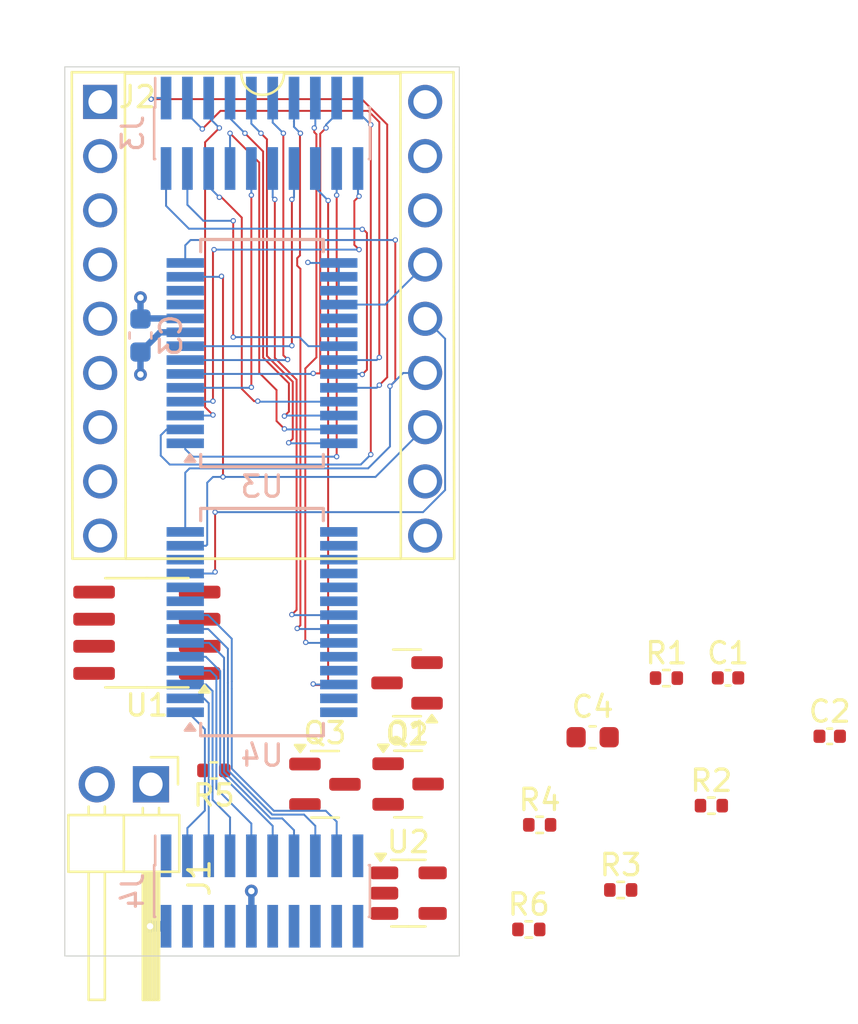
<source format=kicad_pcb>
(kicad_pcb (version 20240108) (generator "pcbnew") (generator_version "8.0")
  (layers (0 "F.Cu" signal) (1 "In1.Cu" signal) (2 "In2.Cu" signal) (31 "B.Cu" signal) (34 "B.Paste" user) (35 "F.Paste" user) (36 "B.SilkS" user "B.Silkscreen") (37 "F.SilkS" user "F.Silkscreen") (38 "B.Mask" user) (39 "F.Mask" user) (44 "Edge.Cuts" user))
  (net 0 "")
  (net 1 "/5v")
  (net 2 "/GND")
  (net 3 "/3v3")
  (net 4 "Net-(J1-Pin_1)")
  (net 5 "Net-(J1-Pin_2)")
  (net 7 "Net-(J2-Pin_15)")
  (net 8 "Net-(J2-Pin_14)")
  (net 11 "Net-(J2-Pin_12)")
  (net 12 "Net-(J2-Pin_8)")
  (net 14 "Net-(J2-Pin_10)")
  (net 15 "Net-(J2-Pin_9)")
  (net 16 "Net-(J2-Pin_3)")
  (net 17 "Net-(J2-Pin_7)")
  (net 18 "Net-(J2-Pin_13)")
  (net 20 "Net-(J2-Pin_6)")
  (net 21 "Net-(J2-Pin_11)")
  (net 22 "/3v3-D7")
  (net 23 "/~{3v3-OE}")
  (net 24 "/~{3v3-FL_WE}")
  (net 25 "/3v3-D3")
  (net 26 "/3v3-D0")
  (net 27 "/~{3v3-CE}")
  (net 28 "/3v3-D2")
  (net 29 "/3v3-D1")
  (net 30 "/3v3-D4")
  (net 31 "/~{3v3-BusConnect}")
  (net 32 "/3v3-D6")
  (net 33 "/3v3-D5")
  (net 34 "/3v3-A12")
  (net 35 "/3v3-A14")
  (net 36 "/3v3-A17")
  (net 37 "/3v3-A0")
  (net 38 "/3v3-A7")
  (net 39 "/3v3-A9")
  (net 40 "/3v3-A1")
  (net 41 "/3v3-A10")
  (net 42 "/3v3-A13")
  (net 43 "/3v3-A5")
  (net 44 "/3v3-A15")
  (net 45 "/3v3-A18")
  (net 46 "/3v3-A3")
  (net 47 "/3v3-A6")
  (net 48 "/3v3-A11")
  (net 49 "/3v3-A4")
  (net 50 "/3v3-A16")
  (net 51 "/3v3-A2")
  (net 52 "/3v3-A8")
  (net 53 "/Ext_Reset")
  (net 54 "Net-(Q1-C)")
  (net 55 "Net-(Q3-D)")
  (net 56 "Net-(U1-~{HOLD})")
  (net 57 "Net-(U1-~{W})")
  (net 69 "Net-(Q2-S)")
  (footprint "Resistor_SMD:R_0402_1005Metric" (layer "F.Cu") (at 173.32 116.4)
    (property "Reference" "R2" (at 0 -1.17 0) (layer "F.SilkS"))
    (property "Value" "0 ohm")
    (pad "1" smd roundrect (at -0.51 0) (size 0.54 0.64) (layers "F.Cu" "F.Paste" "F.Mask") (net 57 "Net-(U1-~{W})"))
    (pad "2" smd roundrect (at 0.51 0) (size 0.54 0.64) (layers "F.Cu" "F.Paste" "F.Mask") (net 3 "/3v3"))
  )
  (footprint "Package_TO_SOT_SMD:SOT-23" (layer "F.Cu") (at 159.1 115.3875)
    (property "Reference" "Q1" (at 0 -2.4 360) (layer "F.SilkS"))
    (property "Value" "BC846")
    (pad "1" smd roundrect (at -0.9375 -0.95) (size 1.475 0.6) (layers "F.Cu" "F.Paste" "F.Mask") (net 53 "/Ext_Reset"))
    (pad "2" smd roundrect (at -0.9375 0.95) (size 1.475 0.6) (layers "F.Cu" "F.Paste" "F.Mask") (net 2 "/GND"))
    (pad "3" smd roundrect (at 0.9375 0) (size 1.475 0.6) (layers "F.Cu" "F.Paste" "F.Mask") (net 54 "Net-(Q1-C)"))
  )
  (footprint "Package_TO_SOT_SMD:SOT-23" (layer "F.Cu") (at 155.2 115.4)
    (property "Reference" "Q3" (at 0 -2.4 360) (layer "F.SilkS"))
    (property "Value" "BSS138")
    (pad "1" smd roundrect (at -0.9375 -0.95) (size 1.475 0.6) (layers "F.Cu" "F.Paste" "F.Mask") (net 53 "/Ext_Reset"))
    (pad "2" smd roundrect (at -0.9375 0.95) (size 1.475 0.6) (layers "F.Cu" "F.Paste" "F.Mask") (net 2 "/GND"))
    (pad "3" smd roundrect (at 0.9375 0) (size 1.475 0.6) (layers "F.Cu" "F.Paste" "F.Mask") (net 55 "Net-(Q3-D)"))
  )
  (footprint "Resistor_SMD:R_0402_1005Metric" (layer "F.Cu") (at 171.2125 110.425)
    (property "Reference" "R1" (at 0 -1.17 0) (layer "F.SilkS"))
    (property "Value" "0 ohm")
    (pad "1" smd roundrect (at -0.51 0) (size 0.54 0.64) (layers "F.Cu" "F.Paste" "F.Mask") (net 56 "Net-(U1-~{HOLD})"))
    (pad "2" smd roundrect (at 0.51 0) (size 0.54 0.64) (layers "F.Cu" "F.Paste" "F.Mask") (net 3 "/3v3"))
  )
  (footprint "Resistor_SMD:R_0402_1005Metric" (layer "F.Cu") (at 149.99 114.75 180)
    (property "Reference" "R5" (at 0 -1.17 360) (layer "F.SilkS"))
    (property "Value" "0 ohm")
    (pad "1" smd roundrect (at -0.51 0 180) (size 0.54 0.64) (layers "F.Cu" "F.Paste" "F.Mask") (net 69 "Net-(Q2-S)"))
    (pad "2" smd roundrect (at 0.51 0 180) (size 0.54 0.64) (layers "F.Cu" "F.Paste" "F.Mask") (net 4 "Net-(J1-Pin_1)"))
  )
  (footprint "JJGTechnologies_Footprint_Library:PinHeader_1x02_P2.54mm_Horizontal" (layer "F.Cu") (at 147.04 115.4 -90)
    (property "Reference" "J1" (at 4.385 -2.27 90) (layer "F.SilkS"))
    (property "Value" "Conn_01x02_Pin")
    (pad "1" thru_hole rect (at 0 0 270) (size 1.7 1.7) (drill 1.1) (layers "*.Cu" "*.Mask") (net 4 "Net-(J1-Pin_1)"))
    (pad "2" thru_hole oval (at 0 2.54 270) (size 1.7 1.7) (drill 1.1) (layers "*.Cu" "*.Mask") (net 5 "Net-(J1-Pin_2)"))
  )
  (footprint "Resistor_SMD:R_0402_1005Metric" (layer "F.Cu") (at 165.27 117.3)
    (property "Reference" "R4" (at 0 -1.17 0) (layer "F.SilkS"))
    (property "Value" "DNP")
    (pad "1" smd roundrect (at -0.51 0) (size 0.54 0.64) (layers "F.Cu" "F.Paste" "F.Mask") (net 3 "/3v3"))
    (pad "2" smd roundrect (at 0.51 0) (size 0.54 0.64) (layers "F.Cu" "F.Paste" "F.Mask") (net 16 "Net-(J2-Pin_3)"))
  )
  (footprint "Package_SO:SOIC-8_3.9x4.9mm_P1.27mm" (layer "F.Cu") (at 146.85 108.3 180)
    (property "Reference" "U1" (at 0 -3.4 360) (layer "F.SilkS"))
    (property "Value" "M95P32-IXMNT/E")
    (pad "1" smd roundrect (at -2.475 -1.905 180) (size 1.95 0.6) (layers "F.Cu" "F.Paste" "F.Mask") (net 20 "Net-(J2-Pin_6)"))
    (pad "2" smd roundrect (at -2.475 -0.635 180) (size 1.95 0.6) (layers "F.Cu" "F.Paste" "F.Mask") (net 17 "Net-(J2-Pin_7)"))
    (pad "3" smd roundrect (at -2.475 0.635 180) (size 1.95 0.6) (layers "F.Cu" "F.Paste" "F.Mask") (net 57 "Net-(U1-~{W})"))
    (pad "4" smd roundrect (at -2.475 1.905 180) (size 1.95 0.6) (layers "F.Cu" "F.Paste" "F.Mask") (net 2 "/GND"))
    (pad "5" smd roundrect (at 2.475 1.905 180) (size 1.95 0.6) (layers "F.Cu" "F.Paste" "F.Mask") (net 12 "Net-(J2-Pin_8)"))
    (pad "6" smd roundrect (at 2.475 0.635 180) (size 1.95 0.6) (layers "F.Cu" "F.Paste" "F.Mask") (net 15 "Net-(J2-Pin_9)"))
    (pad "7" smd roundrect (at 2.475 -0.635 180) (size 1.95 0.6) (layers "F.Cu" "F.Paste" "F.Mask") (net 56 "Net-(U1-~{HOLD})"))
    (pad "8" smd roundrect (at 2.475 -1.905 180) (size 1.95 0.6) (layers "F.Cu" "F.Paste" "F.Mask") (net 3 "/3v3"))
  )
  (footprint "Package_TO_SOT_SMD:SOT-23" (layer "F.Cu") (at 159.05 110.65 180)
    (property "Reference" "Q2" (at 0 -2.4 360) (layer "F.SilkS"))
    (property "Value" "BSS84")
    (pad "1" smd roundrect (at -0.9375 -0.95 180) (size 1.475 0.6) (layers "F.Cu" "F.Paste" "F.Mask") (net 54 "Net-(Q1-C)"))
    (pad "2" smd roundrect (at -0.9375 0.95 180) (size 1.475 0.6) (layers "F.Cu" "F.Paste" "F.Mask") (net 69 "Net-(Q2-S)"))
    (pad "3" smd roundrect (at 0.9375 0 180) (size 1.475 0.6) (layers "F.Cu" "F.Paste" "F.Mask") (net 1 "/5v"))
  )
  (footprint "Capacitor_SMD:C_0402_1005Metric" (layer "F.Cu") (at 178.87 113.15)
    (property "Reference" "C2" (at 0 -1.16 0) (layer "F.SilkS"))
    (property "Value" "1uf")
    (pad "1" smd roundrect (at -0.48 0) (size 0.56 0.62) (layers "F.Cu" "F.Paste" "F.Mask") (net 3 "/3v3"))
    (pad "2" smd roundrect (at 0.48 0) (size 0.56 0.62) (layers "F.Cu" "F.Paste" "F.Mask") (net 2 "/GND"))
  )
  (footprint "Package_TO_SOT_SMD:SOT-23-5" (layer "F.Cu") (at 159.1125 120.5)
    (property "Reference" "U2" (at 0 -2.4 360) (layer "F.SilkS"))
    (property "Value" "AP2112K-3.3")
    (pad "1" smd roundrect (at -1.1375 -0.95) (size 1.325 0.6) (layers "F.Cu" "F.Paste" "F.Mask") (net 1 "/5v"))
    (pad "2" smd roundrect (at -1.1375 0) (size 1.325 0.6) (layers "F.Cu" "F.Paste" "F.Mask") (net 2 "/GND"))
    (pad "3" smd roundrect (at -1.1375 0.95) (size 1.325 0.6) (layers "F.Cu" "F.Paste" "F.Mask") (net 1 "/5v"))
    (pad "4" smd roundrect (at 1.1375 0.95) (size 1.325 0.6) (layers "F.Cu" "F.Paste" "F.Mask"))
    (pad "5" smd roundrect (at 1.1375 -0.95) (size 1.325 0.6) (layers "F.Cu" "F.Paste" "F.Mask") (net 3 "/3v3"))
  )
  (footprint "Resistor_SMD:R_0402_1005Metric" (layer "F.Cu") (at 164.76 122.2)
    (property "Reference" "R6" (at 0 -1.17 0) (layer "F.SilkS"))
    (property "Value" "0 ohm")
    (pad "1" smd roundrect (at -0.51 0) (size 0.54 0.64) (layers "F.Cu" "F.Paste" "F.Mask") (net 5 "Net-(J1-Pin_2)"))
    (pad "2" smd roundrect (at 0.51 0) (size 0.54 0.64) (layers "F.Cu" "F.Paste" "F.Mask") (net 55 "Net-(Q3-D)"))
  )
  (footprint "Capacitor_SMD:C_0603_1608Metric" (layer "F.Cu") (at 167.7525 113.195)
    (property "Reference" "C4" (at 0 -1.43 0) (layer "F.SilkS"))
    (property "Value" "100n")
    (pad "1" smd roundrect (at -0.775 0) (size 0.9 0.95) (layers "F.Cu" "F.Paste" "F.Mask") (net 3 "/3v3"))
    (pad "2" smd roundrect (at 0.775 0) (size 0.9 0.95) (layers "F.Cu" "F.Paste" "F.Mask") (net 2 "/GND"))
  )
  (footprint "ESP32:ESP32" (layer "F.Cu") (at 144.66 83.43)
    (property "Reference" "J2" (at 1.74 -0.23 0) (layer "F.SilkS"))
    (property "Value" "Conn_02x09_Counter_Clockwise")
    (pad "1" thru_hole rect (at 0 0) (size 1.6 1.6) (drill 1.1) (layers "*.Cu" "*.Mask") (net 1 "/5v"))
    (pad "2" thru_hole oval (at 0 2.54) (size 1.6 1.6) (drill 1.1) (layers "*.Cu" "*.Mask") (net 2 "/GND"))
    (pad "3" thru_hole oval (at 0 5.08) (size 1.6 1.6) (drill 1.1) (layers "*.Cu" "*.Mask") (net 16 "Net-(J2-Pin_3)"))
    (pad "4" thru_hole oval (at 0 7.62) (size 1.6 1.6) (drill 1.1) (layers "*.Cu" "*.Mask"))
    (pad "5" thru_hole oval (at 0 10.16) (size 1.6 1.6) (drill 1.1) (layers "*.Cu" "*.Mask"))
    (pad "6" thru_hole oval (at 0 12.7) (size 1.6 1.6) (drill 1.1) (layers "*.Cu" "*.Mask") (net 20 "Net-(J2-Pin_6)"))
    (pad "7" thru_hole oval (at 0 15.24) (size 1.6 1.6) (drill 1.1) (layers "*.Cu" "*.Mask") (net 17 "Net-(J2-Pin_7)"))
    (pad "8" thru_hole oval (at 0 17.78) (size 1.6 1.6) (drill 1.1) (layers "*.Cu" "*.Mask") (net 12 "Net-(J2-Pin_8)"))
    (pad "9" thru_hole oval (at 0 20.32) (size 1.6 1.6) (drill 1.1) (layers "*.Cu" "*.Mask") (net 15 "Net-(J2-Pin_9)"))
    (pad "10" thru_hole oval (at 15.24 20.32) (size 1.6 1.6) (drill 1.1) (layers "*.Cu" "*.Mask") (net 14 "Net-(J2-Pin_10)"))
    (pad "11" thru_hole oval (at 15.24 17.78) (size 1.6 1.6) (drill 1.1) (layers "*.Cu" "*.Mask") (net 21 "Net-(J2-Pin_11)"))
    (pad "12" thru_hole oval (at 15.24 15.24) (size 1.6 1.6) (drill 1.1) (layers "*.Cu" "*.Mask") (net 11 "Net-(J2-Pin_12)"))
    (pad "13" thru_hole oval (at 15.24 12.7) (size 1.6 1.6) (drill 1.1) (layers "*.Cu" "*.Mask") (net 18 "Net-(J2-Pin_13)"))
    (pad "14" thru_hole oval (at 15.24 10.16) (size 1.6 1.6) (drill 1.1) (layers "*.Cu" "*.Mask") (net 8 "Net-(J2-Pin_14)"))
    (pad "15" thru_hole oval (at 15.24 7.62) (size 1.6 1.6) (drill 1.1) (layers "*.Cu" "*.Mask") (net 7 "Net-(J2-Pin_15)"))
    (pad "16" thru_hole oval (at 15.24 5.08) (size 1.6 1.6) (drill 1.1) (layers "*.Cu" "*.Mask"))
    (pad "17" thru_hole oval (at 15.24 2.54) (size 1.6 1.6) (drill 1.1) (layers "*.Cu" "*.Mask"))
    (pad "18" thru_hole oval (at 15.24 0) (size 1.6 1.6) (drill 1.1) (layers "*.Cu" "*.Mask"))
  )
  (footprint "Capacitor_SMD:C_0402_1005Metric" (layer "F.Cu") (at 174.1025 110.415)
    (property "Reference" "C1" (at 0 -1.16 0) (layer "F.SilkS"))
    (property "Value" "1uf")
    (pad "1" smd roundrect (at -0.48 0) (size 0.56 0.62) (layers "F.Cu" "F.Paste" "F.Mask") (net 1 "/5v"))
    (pad "2" smd roundrect (at 0.48 0) (size 0.56 0.62) (layers "F.Cu" "F.Paste" "F.Mask") (net 2 "/GND"))
  )
  (footprint "Resistor_SMD:R_0402_1005Metric" (layer "F.Cu") (at 169.07 120.35)
    (property "Reference" "R3" (at 0 -1.17 0) (layer "F.SilkS"))
    (property "Value" "2.5k ohm")
    (pad "1" smd roundrect (at -0.51 0) (size 0.54 0.64) (layers "F.Cu" "F.Paste" "F.Mask") (net 54 "Net-(Q1-C)"))
    (pad "2" smd roundrect (at 0.51 0) (size 0.54 0.64) (layers "F.Cu" "F.Paste" "F.Mask") (net 1 "/5v"))
  )
  (footprint "Package_SO:SSOP-28_5.3x10.2mm_P0.65mm" (layer "B.Cu") (at 152.25 107.8)
    (property "Reference" "U4" (at 0 6.25 0) (layer "B.SilkS") (effects (justify mirror)))
    (property "Value" "MCP23S17_SS")
    (pad "1" smd rect (at -3.6 4.225) (size 1.75 0.45) (layers "B.Cu" "B.Paste" "B.Mask") (net 26 "/3v3-D0"))
    (pad "2" smd rect (at -3.6 3.575) (size 1.75 0.45) (layers "B.Cu" "B.Paste" "B.Mask") (net 29 "/3v3-D1"))
    (pad "3" smd rect (at -3.6 2.925) (size 1.75 0.45) (layers "B.Cu" "B.Paste" "B.Mask") (net 28 "/3v3-D2"))
    (pad "4" smd rect (at -3.6 2.275) (size 1.75 0.45) (layers "B.Cu" "B.Paste" "B.Mask") (net 25 "/3v3-D3"))
    (pad "5" smd rect (at -3.6 1.625) (size 1.75 0.45) (layers "B.Cu" "B.Paste" "B.Mask") (net 30 "/3v3-D4"))
    (pad "6" smd rect (at -3.6 0.975) (size 1.75 0.45) (layers "B.Cu" "B.Paste" "B.Mask") (net 33 "/3v3-D5"))
    (pad "7" smd rect (at -3.6 0.325) (size 1.75 0.45) (layers "B.Cu" "B.Paste" "B.Mask") (net 32 "/3v3-D6"))
    (pad "8" smd rect (at -3.6 -0.325) (size 1.75 0.45) (layers "B.Cu" "B.Paste" "B.Mask") (net 22 "/3v3-D7"))
    (pad "9" smd rect (at -3.6 -0.975) (size 1.75 0.45) (layers "B.Cu" "B.Paste" "B.Mask") (net 3 "/3v3"))
    (pad "10" smd rect (at -3.6 -1.625) (size 1.75 0.45) (layers "B.Cu" "B.Paste" "B.Mask") (net 2 "/GND"))
    (pad "11" smd rect (at -3.6 -2.275) (size 1.75 0.45) (layers "B.Cu" "B.Paste" "B.Mask") (net 8 "Net-(J2-Pin_14)"))
    (pad "12" smd rect (at -3.6 -2.925) (size 1.75 0.45) (layers "B.Cu" "B.Paste" "B.Mask") (net 21 "Net-(J2-Pin_11)"))
    (pad "13" smd rect (at -3.6 -3.575) (size 1.75 0.45) (layers "B.Cu" "B.Paste" "B.Mask") (net 11 "Net-(J2-Pin_12)"))
    (pad "14" smd rect (at -3.6 -4.225) (size 1.75 0.45) (layers "B.Cu" "B.Paste" "B.Mask") (net 18 "Net-(J2-Pin_13)"))
    (pad "15" smd rect (at 3.6 -4.225) (size 1.75 0.45) (layers "B.Cu" "B.Paste" "B.Mask") (net 3 "/3v3"))
    (pad "16" smd rect (at 3.6 -3.575) (size 1.75 0.45) (layers "B.Cu" "B.Paste" "B.Mask") (net 2 "/GND"))
    (pad "17" smd rect (at 3.6 -2.925) (size 1.75 0.45) (layers "B.Cu" "B.Paste" "B.Mask") (net 2 "/GND"))
    (pad "18" smd rect (at 3.6 -2.275) (size 1.75 0.45) (layers "B.Cu" "B.Paste" "B.Mask") (net 7 "Net-(J2-Pin_15)"))
    (pad "19" smd rect (at 3.6 -1.625) (size 1.75 0.45) (layers "B.Cu" "B.Paste" "B.Mask"))
    (pad "20" smd rect (at 3.6 -0.975) (size 1.75 0.45) (layers "B.Cu" "B.Paste" "B.Mask"))
    (pad "21" smd rect (at 3.6 -0.325) (size 1.75 0.45) (layers "B.Cu" "B.Paste" "B.Mask") (net 50 "/3v3-A16"))
    (pad "22" smd rect (at 3.6 0.325) (size 1.75 0.45) (layers "B.Cu" "B.Paste" "B.Mask") (net 36 "/3v3-A17"))
    (pad "23" smd rect (at 3.6 0.975) (size 1.75 0.45) (layers "B.Cu" "B.Paste" "B.Mask") (net 45 "/3v3-A18"))
    (pad "24" smd rect (at 3.6 1.625) (size 1.75 0.45) (layers "B.Cu" "B.Paste" "B.Mask") (net 27 "/~{3v3-CE}"))
    (pad "25" smd rect (at 3.6 2.275) (size 1.75 0.45) (layers "B.Cu" "B.Paste" "B.Mask") (net 23 "/~{3v3-OE}"))
    (pad "26" smd rect (at 3.6 2.925) (size 1.75 0.45) (layers "B.Cu" "B.Paste" "B.Mask") (net 24 "/~{3v3-FL_WE}"))
    (pad "27" smd rect (at 3.6 3.575) (size 1.75 0.45) (layers "B.Cu" "B.Paste" "B.Mask") (net 31 "/~{3v3-BusConnect}"))
    (pad "28" smd rect (at 3.6 4.225) (size 1.75 0.45) (layers "B.Cu" "B.Paste" "B.Mask") (net 53 "/Ext_Reset"))
  )
  (footprint "Package_SO:SSOP-28_5.3x10.2mm_P0.65mm" (layer "B.Cu") (at 152.25 95.2)
    (property "Reference" "U3" (at 0 6.25 0) (layer "B.SilkS") (effects (justify mirror)))
    (property "Value" "MCP23S17_SS")
    (pad "1" smd rect (at -3.6 4.225) (size 1.75 0.45) (layers "B.Cu" "B.Paste" "B.Mask") (net 52 "/3v3-A8"))
    (pad "2" smd rect (at -3.6 3.575) (size 1.75 0.45) (layers "B.Cu" "B.Paste" "B.Mask") (net 39 "/3v3-A9"))
    (pad "3" smd rect (at -3.6 2.925) (size 1.75 0.45) (layers "B.Cu" "B.Paste" "B.Mask") (net 41 "/3v3-A10"))
    (pad "4" smd rect (at -3.6 2.275) (size 1.75 0.45) (layers "B.Cu" "B.Paste" "B.Mask") (net 48 "/3v3-A11"))
    (pad "5" smd rect (at -3.6 1.625) (size 1.75 0.45) (layers "B.Cu" "B.Paste" "B.Mask") (net 34 "/3v3-A12"))
    (pad "6" smd rect (at -3.6 0.975) (size 1.75 0.45) (layers "B.Cu" "B.Paste" "B.Mask") (net 42 "/3v3-A13"))
    (pad "7" smd rect (at -3.6 0.325) (size 1.75 0.45) (layers "B.Cu" "B.Paste" "B.Mask") (net 35 "/3v3-A14"))
    (pad "8" smd rect (at -3.6 -0.325) (size 1.75 0.45) (layers "B.Cu" "B.Paste" "B.Mask") (net 44 "/3v3-A15"))
    (pad "9" smd rect (at -3.6 -0.975) (size 1.75 0.45) (layers "B.Cu" "B.Paste" "B.Mask") (net 3 "/3v3"))
    (pad "10" smd rect (at -3.6 -1.625) (size 1.75 0.45) (layers "B.Cu" "B.Paste" "B.Mask") (net 2 "/GND"))
    (pad "11" smd rect (at -3.6 -2.275) (size 1.75 0.45) (layers "B.Cu" "B.Paste" "B.Mask") (net 14 "Net-(J2-Pin_10)"))
    (pad "12" smd rect (at -3.6 -2.925) (size 1.75 0.45) (layers "B.Cu" "B.Paste" "B.Mask") (net 21 "Net-(J2-Pin_11)"))
    (pad "13" smd rect (at -3.6 -3.575) (size 1.75 0.45) (layers "B.Cu" "B.Paste" "B.Mask") (net 11 "Net-(J2-Pin_12)"))
    (pad "14" smd rect (at -3.6 -4.225) (size 1.75 0.45) (layers "B.Cu" "B.Paste" "B.Mask") (net 18 "Net-(J2-Pin_13)"))
    (pad "15" smd rect (at 3.6 -4.225) (size 1.75 0.45) (layers "B.Cu" "B.Paste" "B.Mask") (net 2 "/GND"))
    (pad "16" smd rect (at 3.6 -3.575) (size 1.75 0.45) (layers "B.Cu" "B.Paste" "B.Mask") (net 2 "/GND"))
    (pad "17" smd rect (at 3.6 -2.925) (size 1.75 0.45) (layers "B.Cu" "B.Paste" "B.Mask") (net 2 "/GND"))
    (pad "18" smd rect (at 3.6 -2.275) (size 1.75 0.45) (layers "B.Cu" "B.Paste" "B.Mask") (net 7 "Net-(J2-Pin_15)"))
    (pad "19" smd rect (at 3.6 -1.625) (size 1.75 0.45) (layers "B.Cu" "B.Paste" "B.Mask"))
    (pad "20" smd rect (at 3.6 -0.975) (size 1.75 0.45) (layers "B.Cu" "B.Paste" "B.Mask"))
    (pad "21" smd rect (at 3.6 -0.325) (size 1.75 0.45) (layers "B.Cu" "B.Paste" "B.Mask") (net 37 "/3v3-A0"))
    (pad "22" smd rect (at 3.6 0.325) (size 1.75 0.45) (layers "B.Cu" "B.Paste" "B.Mask") (net 40 "/3v3-A1"))
    (pad "23" smd rect (at 3.6 0.975) (size 1.75 0.45) (layers "B.Cu" "B.Paste" "B.Mask") (net 51 "/3v3-A2"))
    (pad "24" smd rect (at 3.6 1.625) (size 1.75 0.45) (layers "B.Cu" "B.Paste" "B.Mask") (net 46 "/3v3-A3"))
    (pad "25" smd rect (at 3.6 2.275) (size 1.75 0.45) (layers "B.Cu" "B.Paste" "B.Mask") (net 49 "/3v3-A4"))
    (pad "26" smd rect (at 3.6 2.925) (size 1.75 0.45) (layers "B.Cu" "B.Paste" "B.Mask") (net 43 "/3v3-A5"))
    (pad "27" smd rect (at 3.6 3.575) (size 1.75 0.45) (layers "B.Cu" "B.Paste" "B.Mask") (net 47 "/3v3-A6"))
    (pad "28" smd rect (at 3.6 4.225) (size 1.75 0.45) (layers "B.Cu" "B.Paste" "B.Mask") (net 38 "/3v3-A7"))
  )
  (footprint "JJGTechnologies_Footprint_Library:PinHeader_2x10_P1.00mm_Vertical_SMD" (layer "B.Cu") (at 152.25 120.4 -90)
    (property "Reference" "J4" (at 0 6.06 90) (layer "B.SilkS") (effects (justify mirror)))
    (property "Value" "Conn_01x20_Pin")
    (pad "" np_thru_hole circle (at 0 -4 270) (size 0.85 0.85) (drill 0.85) (layers "B.Cu" "B.Paste" "B.Mask"))
    (pad "" np_thru_hole circle (at 0 4 270) (size 0.85 0.85) (drill 0.85) (layers "B.Cu" "B.Paste" "B.Mask"))
    (pad "1" smd rect (at -1.65 4.5 270) (size 2 0.5) (layers "B.Cu" "B.Paste" "B.Mask") (net 31 "/~{3v3-BusConnect}"))
    (pad "2" smd rect (at 1.65 4.5 270) (size 2 0.5) (layers "B.Cu" "B.Paste" "B.Mask") (net 2 "/GND"))
    (pad "3" smd rect (at -1.65 3.5 270) (size 2 0.5) (layers "B.Cu" "B.Paste" "B.Mask") (net 26 "/3v3-D0"))
    (pad "4" smd rect (at 1.65 3.5 270) (size 2 0.5) (layers "B.Cu" "B.Paste" "B.Mask"))
    (pad "5" smd rect (at -1.65 2.5 270) (size 2 0.5) (layers "B.Cu" "B.Paste" "B.Mask") (net 29 "/3v3-D1"))
    (pad "6" smd rect (at 1.65 2.5 270) (size 2 0.5) (layers "B.Cu" "B.Paste" "B.Mask") (net 1 "/5v"))
    (pad "7" smd rect (at -1.65 1.5 270) (size 2 0.5) (layers "B.Cu" "B.Paste" "B.Mask") (net 28 "/3v3-D2"))
    (pad "8" smd rect (at 1.65 1.5 270) (size 2 0.5) (layers "B.Cu" "B.Paste" "B.Mask"))
    (pad "9" smd rect (at -1.65 0.5 270) (size 2 0.5) (layers "B.Cu" "B.Paste" "B.Mask") (net 25 "/3v3-D3"))
    (pad "10" smd rect (at 1.65 0.5 270) (size 2 0.5) (layers "B.Cu" "B.Paste" "B.Mask") (net 3 "/3v3"))
    (pad "11" smd rect (at -1.65 -0.5 270) (size 2 0.5) (layers "B.Cu" "B.Paste" "B.Mask") (net 30 "/3v3-D4"))
    (pad "12" smd rect (at 1.65 -0.5 270) (size 2 0.5) (layers "B.Cu" "B.Paste" "B.Mask"))
    (pad "13" smd rect (at -1.65 -1.5 270) (size 2 0.5) (layers "B.Cu" "B.Paste" "B.Mask") (net 33 "/3v3-D5"))
    (pad "14" smd rect (at 1.65 -1.5 270) (size 2 0.5) (layers "B.Cu" "B.Paste" "B.Mask"))
    (pad "15" smd rect (at -1.65 -2.5 270) (size 2 0.5) (layers "B.Cu" "B.Paste" "B.Mask") (net 32 "/3v3-D6"))
    (pad "16" smd rect (at 1.65 -2.5 270) (size 2 0.5) (layers "B.Cu" "B.Paste" "B.Mask"))
    (pad "17" smd rect (at -1.65 -3.5 270) (size 2 0.5) (layers "B.Cu" "B.Paste" "B.Mask") (net 22 "/3v3-D7"))
    (pad "18" smd rect (at 1.65 -3.5 270) (size 2 0.5) (layers "B.Cu" "B.Paste" "B.Mask"))
    (pad "19" smd rect (at -1.65 -4.5 270) (size 2 0.5) (layers "B.Cu" "B.Paste" "B.Mask") (net 23 "/~{3v3-OE}"))
    (pad "20" smd rect (at 1.65 -4.5 270) (size 2 0.5) (layers "B.Cu" "B.Paste" "B.Mask") (net 27 "/~{3v3-CE}"))
  )
  (footprint "Capacitor_SMD:C_0603_1608Metric" (layer "B.Cu") (at 146.55 94.375 90)
    (property "Reference" "C3" (at 0 1.43 90) (layer "B.SilkS") (effects (justify mirror)))
    (property "Value" "100n")
    (pad "1" smd roundrect (at -0.775 0 90) (size 0.9 0.95) (layers "B.Cu" "B.Paste" "B.Mask") (net 3 "/3v3"))
    (pad "2" smd roundrect (at 0.775 0 90) (size 0.9 0.95) (layers "B.Cu" "B.Paste" "B.Mask") (net 2 "/GND"))
  )
  (footprint "JJGTechnologies_Footprint_Library:PinHeader_2x10_P1.00mm_Vertical_SMD" (layer "B.Cu") (at 152.25 84.9 -90)
    (property "Reference" "J3" (at 0 6.06 90) (layer "B.SilkS") (effects (justify mirror)))
    (property "Value" "Conn_01x20_Pin")
    (pad "" np_thru_hole circle (at 0 -4 270) (size 0.85 0.85) (drill 0.85) (layers "B.Cu" "B.Paste" "B.Mask"))
    (pad "" np_thru_hole circle (at 0 4 270) (size 0.85 0.85) (drill 0.85) (layers "B.Cu" "B.Paste" "B.Mask"))
    (pad "1" smd rect (at -1.65 4.5 270) (size 2 0.5) (layers "B.Cu" "B.Paste" "B.Mask") (net 46 "/3v3-A3"))
    (pad "2" smd rect (at 1.65 4.5 270) (size 2 0.5) (layers "B.Cu" "B.Paste" "B.Mask") (net 51 "/3v3-A2"))
    (pad "3" smd rect (at -1.65 3.5 270) (size 2 0.5) (layers "B.Cu" "B.Paste" "B.Mask") (net 40 "/3v3-A1"))
    (pad "4" smd rect (at 1.65 3.5 270) (size 2 0.5) (layers "B.Cu" "B.Paste" "B.Mask") (net 37 "/3v3-A0"))
    (pad "5" smd rect (at -1.65 2.5 270) (size 2 0.5) (layers "B.Cu" "B.Paste" "B.Mask") (net 41 "/3v3-A10"))
    (pad "6" smd rect (at 1.65 2.5 270) (size 2 0.5) (layers "B.Cu" "B.Paste" "B.Mask") (net 49 "/3v3-A4"))
    (pad "7" smd rect (at -1.65 1.5 270) (size 2 0.5) (layers "B.Cu" "B.Paste" "B.Mask") (net 43 "/3v3-A5"))
    (pad "8" smd rect (at 1.65 1.5 270) (size 2 0.5) (layers "B.Cu" "B.Paste" "B.Mask") (net 47 "/3v3-A6"))
    (pad "9" smd rect (at -1.65 0.5 270) (size 2 0.5) (layers "B.Cu" "B.Paste" "B.Mask") (net 38 "/3v3-A7"))
    (pad "10" smd rect (at 1.65 0.5 270) (size 2 0.5) (layers "B.Cu" "B.Paste" "B.Mask") (net 34 "/3v3-A12"))
    (pad "11" smd rect (at -1.65 -0.5 270) (size 2 0.5) (layers "B.Cu" "B.Paste" "B.Mask") (net 35 "/3v3-A14"))
    (pad "12" smd rect (at 1.65 -0.5 270) (size 2 0.5) (layers "B.Cu" "B.Paste" "B.Mask") (net 50 "/3v3-A16"))
    (pad "13" smd rect (at -1.65 -1.5 270) (size 2 0.5) (layers "B.Cu" "B.Paste" "B.Mask") (net 36 "/3v3-A17"))
    (pad "14" smd rect (at 1.65 -1.5 270) (size 2 0.5) (layers "B.Cu" "B.Paste" "B.Mask") (net 44 "/3v3-A15"))
    (pad "15" smd rect (at -1.65 -2.5 270) (size 2 0.5) (layers "B.Cu" "B.Paste" "B.Mask") (net 45 "/3v3-A18"))
    (pad "16" smd rect (at 1.65 -2.5 270) (size 2 0.5) (layers "B.Cu" "B.Paste" "B.Mask") (net 24 "/~{3v3-FL_WE}"))
    (pad "17" smd rect (at -1.65 -3.5 270) (size 2 0.5) (layers "B.Cu" "B.Paste" "B.Mask") (net 42 "/3v3-A13"))
    (pad "18" smd rect (at 1.65 -3.5 270) (size 2 0.5) (layers "B.Cu" "B.Paste" "B.Mask") (net 52 "/3v3-A8"))
    (pad "19" smd rect (at -1.65 -4.5 270) (size 2 0.5) (layers "B.Cu" "B.Paste" "B.Mask") (net 39 "/3v3-A9"))
    (pad "20" smd rect (at 1.65 -4.5 270) (size 2 0.5) (layers "B.Cu" "B.Paste" "B.Mask") (net 48 "/3v3-A11"))
  )
  (gr_line (start 143.002 81.788) (end 143.002 123.444) (stroke (width 0.05)) (layer "Edge.Cuts"))
  (gr_line (start 161.5 123.444) (end 143.002 123.444) (stroke (width 0.05)) (layer "Edge.Cuts"))
  (gr_line (start 161.5 81.788) (end 161.5 123.444) (stroke (width 0.05)) (layer "Edge.Cuts"))
  (gr_line (start 143.002 81.788) (end 161.5 81.788) (stroke (width 0.05)) (layer "Edge.Cuts"))
  (via (at 154.4 90.95) (size 0.25) (drill 0.15) (layers "F.Cu" "B.Cu") (net 2))
  (via (at 146.55 92.6) (size 0.6) (drill 0.3) (layers "F.Cu" "B.Cu") (net 2))
  (via (at 147 122.05) (size 0.6) (drill 0.3) (layers "F.Cu" "B.Cu") (net 2))
  (segment (start 147.75 122.05) (end 147 122.05) (width 0.5) (layer "B.Cu") (net 2))
  (segment (start 148.65 93.575) (end 146.575 93.575) (width 0.3) (layer "B.Cu") (net 2))
  (segment (start 154.425 90.975) (end 154.4 90.95) (width 0.09) (layer "B.Cu") (net 2))
  (segment (start 155.85 92.275) (end 155.85 91.625) (width 0.09) (layer "B.Cu") (net 2))
  (segment (start 155.85 91.625) (end 155.85 90.975) (width 0.09) (layer "B.Cu") (net 2))
  (segment (start 146.575 93.575) (end 146.55 93.6) (width 0.3) (layer "B.Cu") (net 2))
  (segment (start 155.85 90.975) (end 154.425 90.975) (width 0.09) (layer "B.Cu") (net 2))
  (segment (start 146.55 93.6) (end 146.55 92.6) (width 0.3) (layer "B.Cu") (net 2))
  (via (at 146.55 96.2) (size 0.6) (drill 0.3) (layers "F.Cu" "B.Cu") (net 3))
  (via (at 151.75 120.4) (size 0.6) (drill 0.3) (layers "F.Cu" "B.Cu") (net 3))
  (segment (start 148.65 94.225) (end 147.475 94.225) (width 0.3) (layer "B.Cu") (net 3))
  (segment (start 151.75 122.05) (end 151.75 120.4) (width 0.3) (layer "B.Cu") (net 3))
  (segment (start 147.475 94.225) (end 146.55 95.15) (width 0.3) (layer "B.Cu") (net 3))
  (segment (start 146.55 95.15) (end 146.55 96.2) (width 0.3) (layer "B.Cu") (net 3))
  (segment (start 159.9 91.05) (end 158.025 92.925) (width 0.09) (layer "B.Cu") (net 7))
  (segment (start 158.025 92.925) (end 155.85 92.925) (width 0.09) (layer "B.Cu") (net 7))
  (segment (start 150.05 102.65) (end 150.05 105.45) (width 0.09) (layer "F.Cu") (net 8))
  (via (at 150.05 102.65) (size 0.25) (drill 0.15) (layers "F.Cu" "B.Cu") (net 8))
  (via (at 150.05 105.45) (size 0.25) (drill 0.15) (layers "F.Cu" "B.Cu") (net 8))
  (segment (start 159.9 93.59) (end 160.835 94.525) (width 0.09) (layer "B.Cu") (net 8))
  (segment (start 150.05 105.45) (end 149.975 105.525) (width 0.09) (layer "B.Cu") (net 8))
  (segment (start 160.835 101.615) (end 159.8 102.65) (width 0.09) (layer "B.Cu") (net 8))
  (segment (start 159.8 102.65) (end 150.05 102.65) (width 0.09) (layer "B.Cu") (net 8))
  (segment (start 149.975 105.525) (end 148.65 105.525) (width 0.09) (layer "B.Cu") (net 8))
  (segment (start 160.835 94.525) (end 160.835 101.615) (width 0.09) (layer "B.Cu") (net 8))
  (segment (start 150.42 91.67) (end 150.42 101) (width 0.09) (layer "F.Cu") (net 11))
  (segment (start 150.35 91.6) (end 150.42 91.67) (width 0.09) (layer "F.Cu") (net 11))
  (via (at 150.35 91.6) (size 0.25) (drill 0.15) (layers "F.Cu" "B.Cu") (net 11))
  (via (at 150.42 101) (size 0.25) (drill 0.15) (layers "F.Cu" "B.Cu") (net 11))
  (segment (start 159.9 98.67) (end 157.57 101) (width 0.09) (layer "B.Cu") (net 11))
  (segment (start 150.325 91.625) (end 150.35 91.6) (width 0.09) (layer "B.Cu") (net 11))
  (segment (start 149.625 104.225) (end 149.68 104.17) (width 0.09) (layer "B.Cu") (net 11))
  (segment (start 149.68 104.17) (end 149.68 101.27) (width 0.09) (layer "B.Cu") (net 11))
  (segment (start 148.65 104.225) (end 149.625 104.225) (width 0.09) (layer "B.Cu") (net 11))
  (segment (start 149.68 101.27) (end 149.95 101) (width 0.09) (layer "B.Cu") (net 11))
  (segment (start 149.95 101) (end 150.42 101) (width 0.09) (layer "B.Cu") (net 11))
  (segment (start 148.65 91.625) (end 150.325 91.625) (width 0.09) (layer "B.Cu") (net 11))
  (segment (start 157.57 101) (end 150.42 101) (width 0.09) (layer "B.Cu") (net 11))
  (segment (start 158.5 96.5) (end 158.25 96.75) (width 0.09) (layer "F.Cu") (net 18))
  (segment (start 158.5 89.9) (end 158.5 96.5) (width 0.09) (layer "F.Cu") (net 18))
  (via (at 158.25 96.75) (size 0.25) (drill 0.15) (layers "F.Cu" "B.Cu") (net 18))
  (via (at 158.5 89.9) (size 0.25) (drill 0.15) (layers "F.Cu" "B.Cu") (net 18))
  (segment (start 158.25 99.57326) (end 158.25 96.75) (width 0.09) (layer "B.Cu") (net 18))
  (segment (start 158.87 96.13) (end 159.9 96.13) (width 0.09) (layer "B.Cu") (net 18))
  (segment (start 148.65 103.575) (end 148.65 100.8) (width 0.09) (layer "B.Cu") (net 18))
  (segment (start 148.65 90.15) (end 148.9 89.9) (width 0.09) (layer "B.Cu") (net 18))
  (segment (start 148.9 89.9) (end 158.5 89.9) (width 0.09) (layer "B.Cu") (net 18))
  (segment (start 158.25 96.75) (end 158.87 96.13) (width 0.09) (layer "B.Cu") (net 18))
  (segment (start 148.65 100.8) (end 148.85 100.6) (width 0.09) (layer "B.Cu") (net 18))
  (segment (start 148.65 90.975) (end 148.65 90.15) (width 0.09) (layer "B.Cu") (net 18))
  (segment (start 148.85 100.6) (end 157.22326 100.6) (width 0.09) (layer "B.Cu") (net 18))
  (segment (start 157.22326 100.6) (end 158.25 99.57326) (width 0.09) (layer "B.Cu") (net 18))
  (segment (start 155.24 116.64) (end 155.75 117.15) (width 0.09) (layer "B.Cu") (net 22))
  (segment (start 150.829999 114.666325) (end 152.803674 116.64) (width 0.09) (layer "B.Cu") (net 22))
  (segment (start 150.829999 110.575442) (end 150.83 110.575443) (width 0.09) (layer "B.Cu") (net 22))
  (segment (start 155.75 117.15) (end 155.75 118.75) (width 0.09) (layer "B.Cu") (net 22))
  (segment (start 152.803674 116.64) (end 155.24 116.64) (width 0.09) (layer "B.Cu") (net 22))
  (segment (start 148.65 107.475) (end 149.725 107.475) (width 0.09) (layer "B.Cu") (net 22))
  (segment (start 149.725 107.475) (end 150.829999 108.579999) (width 0.09) (layer "B.Cu") (net 22))
  (segment (start 150.829999 108.579999) (end 150.829999 110.575442) (width 0.09) (layer "B.Cu") (net 22))
  (segment (start 150.829999 110.920001) (end 150.829999 114.666325) (width 0.09) (layer "B.Cu") (net 22))
  (segment (start 150.83 110.575443) (end 150.829999 110.920001) (width 0.09) (layer "B.Cu") (net 22))
  (segment (start 154.7 110.75) (end 154.65 110.7) (width 0.09) (layer "F.Cu") (net 24))
  (segment (start 155.35 88.05) (end 155.35 110.75) (width 0.09) (layer "F.Cu") (net 24))
  (segment (start 155.35 110.75) (end 154.7 110.75) (width 0.09) (layer "F.Cu") (net 24))
  (via (at 154.65 110.7) (size 0.25) (drill 0.15) (layers "F.Cu" "B.Cu") (net 24))
  (via (at 155.35 88.05) (size 0.25) (drill 0.15) (layers "F.Cu" "B.Cu") (net 24))
  (segment (start 154.75 86.55) (end 154.75 87.45) (width 0.09) (layer "B.Cu") (net 24))
  (segment (start 154.75 87.45) (end 155.35 88.05) (width 0.09) (layer "B.Cu") (net 24))
  (segment (start 154.65 110.7) (end 154.675 110.725) (width 0.09) (layer "B.Cu") (net 24))
  (segment (start 154.675 110.725) (end 155.85 110.725) (width 0.09) (layer "B.Cu") (net 24))
  (segment (start 151.75 117.24) (end 151.75 118.75) (width 0.09) (layer "B.Cu") (net 25))
  (segment (start 150.11 110.36) (end 150.11 115.6) (width 0.09) (layer "B.Cu") (net 25))
  (segment (start 149.825 110.075) (end 150.11 110.36) (width 0.09) (layer "B.Cu") (net 25))
  (segment (start 150.11 115.6) (end 151.75 117.24) (width 0.09) (layer "B.Cu") (net 25))
  (segment (start 148.65 110.075) (end 149.825 110.075) (width 0.09) (layer "B.Cu") (net 25))
  (segment (start 149.57 116.63) (end 149.57 112.82) (width 0.09) (layer "B.Cu") (net 26))
  (segment (start 148.75 118.75) (end 148.75 117.45) (width 0.09) (layer "B.Cu") (net 26))
  (segment (start 148.775 112.025) (end 148.65 112.025) (width 0.09) (layer "B.Cu") (net 26))
  (segment (start 149.57 112.82) (end 148.775 112.025) (width 0.09) (layer "B.Cu") (net 26))
  (segment (start 148.75 117.45) (end 149.57 116.63) (width 0.09) (layer "B.Cu") (net 26))
  (segment (start 148.75 112.125) (end 148.65 112.025) (width 0.09) (layer "B.Cu") (net 26))
  (segment (start 150.75 118.75) (end 150.75 116.95) (width 0.09) (layer "B.Cu") (net 28))
  (segment (start 150.75 116.95) (end 149.93 116.13) (width 0.09) (layer "B.Cu") (net 28))
  (segment (start 149.625 110.725) (end 148.65 110.725) (width 0.09) (layer "B.Cu") (net 28))
  (segment (start 149.93 116.13) (end 149.93 111.03) (width 0.09) (layer "B.Cu") (net 28))
  (segment (start 149.93 111.03) (end 149.625 110.725) (width 0.09) (layer "B.Cu") (net 28))
  (segment (start 149.75 118.75) (end 149.75 111.6) (width 0.09) (layer "B.Cu") (net 29))
  (segment (start 149.525 111.375) (end 148.65 111.375) (width 0.09) (layer "B.Cu") (net 29))
  (segment (start 149.75 111.6) (end 149.525 111.375) (width 0.09) (layer "B.Cu") (net 29))
  (segment (start 149.615 109.425) (end 150.29 110.1) (width 0.09) (layer "B.Cu") (net 30))
  (segment (start 150.29 110.1) (end 150.29 114.89) (width 0.09) (layer "B.Cu") (net 30))
  (segment (start 148.65 109.425) (end 149.615 109.425) (width 0.09) (layer "B.Cu") (net 30))
  (segment (start 150.29 114.89) (end 152.75 117.35) (width 0.09) (layer "B.Cu") (net 30))
  (segment (start 152.75 117.35) (end 152.75 118.75) (width 0.09) (layer "B.Cu") (net 30))
  (segment (start 150.649999 110.65) (end 150.65 110.650001) (width 0.09) (layer "B.Cu") (net 32))
  (segment (start 150.65 114.740884) (end 152.729116 116.82) (width 0.09) (layer "B.Cu") (net 32))
  (segment (start 150.649999 109.049999) (end 150.649999 110.65) (width 0.09) (layer "B.Cu") (net 32))
  (segment (start 154.22 116.82) (end 154.75 117.35) (width 0.09) (layer "B.Cu") (net 32))
  (segment (start 152.729116 116.82) (end 154.22 116.82) (width 0.09) (layer "B.Cu") (net 32))
  (segment (start 150.65 110.650001) (end 150.65 114.740884) (width 0.09) (layer "B.Cu") (net 32))
  (segment (start 148.65 108.125) (end 149.725 108.125) (width 0.09) (layer "B.Cu") (net 32))
  (segment (start 149.725 108.125) (end 150.649999 109.049999) (width 0.09) (layer "B.Cu") (net 32))
  (segment (start 154.75 117.35) (end 154.75 118.75) (width 0.09) (layer "B.Cu") (net 32))
  (segment (start 153.75 117.55) (end 153.75 118.75) (width 0.09) (layer "B.Cu") (net 33))
  (segment (start 150.469999 110.025441) (end 150.47 110.025442) (width 0.09) (layer "B.Cu") (net 33))
  (segment (start 150.469999 109.469999) (end 150.469999 110.025441) (width 0.09) (layer "B.Cu") (net 33))
  (segment (start 150.469999 114.815441) (end 152.654558 117) (width 0.09) (layer "B.Cu") (net 33))
  (segment (start 149.775 108.775) (end 150.469999 109.469999) (width 0.09) (layer "B.Cu") (net 33))
  (segment (start 150.47 110.025442) (end 150.469999 111.080001) (width 0.09) (layer "B.Cu") (net 33))
  (segment (start 148.65 108.775) (end 149.775 108.775) (width 0.09) (layer "B.Cu") (net 33))
  (segment (start 152.654558 117) (end 153.2 117) (width 0.09) (layer "B.Cu") (net 33))
  (segment (start 150.469999 111.080001) (end 150.469999 114.815441) (width 0.09) (layer "B.Cu") (net 33))
  (segment (start 153.2 117) (end 153.75 117.55) (width 0.09) (layer "B.Cu") (net 33))
  (segment (start 151.75 87.8) (end 151.75 96.8) (width 0.09) (layer "F.Cu") (net 34))
  (via (at 151.75 87.8) (size 0.25) (drill 0.15) (layers "F.Cu" "B.Cu") (net 34))
  (via (at 151.75 96.8) (size 0.25) (drill 0.15) (layers "F.Cu" "B.Cu") (net 34))
  (segment (start 151.75 96.8) (end 151.725 96.825) (width 0.09) (layer "B.Cu") (net 34))
  (segment (start 151.725 96.825) (end 148.65 96.825) (width 0.09) (layer "B.Cu") (net 34))
  (segment (start 151.75 86.55) (end 151.75 87.8) (width 0.09) (layer "B.Cu") (net 34))
  (segment (start 153.25 95.3) (end 153.45 95.5) (width 0.09) (layer "F.Cu") (net 35))
  (segment (start 153.25 84.9) (end 153.25 95.3) (width 0.09) (layer "F.Cu") (net 35))
  (via (at 153.25 84.9) (size 0.25) (drill 0.15) (layers "F.Cu" "B.Cu") (net 35))
  (via (at 153.45 95.5) (size 0.25) (drill 0.15) (layers "F.Cu" "B.Cu") (net 35))
  (segment (start 153.425 95.525) (end 148.65 95.525) (width 0.09) (layer "B.Cu") (net 35))
  (segment (start 152.75 83.25) (end 152.75 84.4) (width 0.09) (layer "B.Cu") (net 35))
  (segment (start 152.75 84.4) (end 153.25 84.9) (width 0.09) (layer "B.Cu") (net 35))
  (segment (start 153.45 95.5) (end 153.425 95.525) (width 0.09) (layer "B.Cu") (net 35))
  (segment (start 154.05 107.95) (end 153.9 108.1) (width 0.09) (layer "F.Cu") (net 36))
  (segment (start 153.9 90.75) (end 153.9 91.1) (width 0.09) (layer "F.Cu") (net 36))
  (segment (start 154.05 84.9) (end 154.03 84.92) (width 0.09) (layer "F.Cu") (net 36))
  (segment (start 154.05 91.25) (end 154.05 107.95) (width 0.09) (layer "F.Cu") (net 36))
  (segment (start 154.03 90.62) (end 153.9 90.75) (width 0.09) (layer "F.Cu") (net 36))
  (segment (start 153.9 91.1) (end 154.05 91.25) (width 0.09) (layer "F.Cu") (net 36))
  (segment (start 154.03 84.92) (end 154.03 90.62) (width 0.09) (layer "F.Cu") (net 36))
  (via (at 154.05 84.9) (size 0.25) (drill 0.15) (layers "F.Cu" "B.Cu") (net 36))
  (via (at 153.9 108.1) (size 0.25) (drill 0.15) (layers "F.Cu" "B.Cu") (net 36))
  (segment (start 153.75 84.35) (end 153.75 84.6) (width 0.09) (layer "B.Cu") (net 36))
  (segment (start 153.925 108.125) (end 155.85 108.125) (width 0.09) (layer "B.Cu") (net 36))
  (segment (start 153.75 83.25) (end 153.75 84.35) (width 0.09) (layer "B.Cu") (net 36))
  (segment (start 153.9 108.1) (end 153.925 108.125) (width 0.09) (layer "B.Cu") (net 36))
  (segment (start 153.75 84.6) (end 154.05 84.9) (width 0.09) (layer "B.Cu") (net 36))
  (segment (start 150.9 94.45) (end 150.9 89.55) (width 0.09) (layer "F.Cu") (net 37))
  (segment (start 150.9 89.55) (end 150.9 89) (width 0.09) (layer "F.Cu") (net 37))
  (via (at 150.9 94.45) (size 0.25) (drill 0.15) (layers "F.Cu" "B.Cu") (net 37))
  (via (at 150.9 89) (size 0.25) (drill 0.15) (layers "F.Cu" "B.Cu") (net 37))
  (segment (start 150.9 89) (end 149.5 89) (width 0.09) (layer "B.Cu") (net 37))
  (segment (start 154 94.45) (end 150.9 94.45) (width 0.09) (layer "B.Cu") (net 37))
  (segment (start 148.75 88.25) (end 148.75 86.55) (width 0.09) (layer "B.Cu") (net 37))
  (segment (start 154.425 94.875) (end 154 94.45) (width 0.09) (layer "B.Cu") (net 37))
  (segment (start 149.5 89) (end 148.75 88.25) (width 0.09) (layer "B.Cu") (net 37))
  (segment (start 155.85 94.875) (end 154.425 94.875) (width 0.09) (layer "B.Cu") (net 37))
  (segment (start 152.48 85.18) (end 152.48 95.33) (width 0.09) (layer "F.Cu") (net 38))
  (segment (start 152.48 95.33) (end 153.4 96.25) (width 0.09) (layer "F.Cu") (net 38))
  (segment (start 153.69 99.15) (end 153.69 99.21) (width 0.09) (layer "F.Cu") (net 38))
  (segment (start 153.69 99.21) (end 153.5 99.4) (width 0.09) (layer "F.Cu") (net 38))
  (segment (start 153.69 96.54) (end 153.69 99.15) (width 0.09) (layer "F.Cu") (net 38))
  (segment (start 152.2 84.9) (end 152.48 85.18) (width 0.09) (layer "F.Cu") (net 38))
  (segment (start 153.4 96.25) (end 153.69 96.54) (width 0.09) (layer "F.Cu") (net 38))
  (via (at 153.5 99.4) (size 0.25) (drill 0.15) (layers "F.Cu" "B.Cu") (net 38))
  (via (at 152.2 84.9) (size 0.25) (drill 0.15) (layers "F.Cu" "B.Cu") (net 38))
  (segment (start 153.525 99.425) (end 155.85 99.425) (width 0.09) (layer "B.Cu") (net 38))
  (segment (start 153.5 99.4) (end 153.525 99.425) (width 0.09) (layer "B.Cu") (net 38))
  (segment (start 151.75 84.45) (end 152.2 84.9) (width 0.09) (layer "B.Cu") (net 38))
  (segment (start 151.75 83.25) (end 151.75 84.45) (width 0.09) (layer "B.Cu") (net 38))
  (segment (start 157.35 84.5) (end 157.35 99.95) (width 0.09) (layer "F.Cu") (net 39))
  (via (at 157.35 84.5) (size 0.25) (drill 0.15) (layers "F.Cu" "B.Cu") (net 39))
  (via (at 157.35 99.95) (size 0.25) (drill 0.15) (layers "F.Cu" "B.Cu") (net 39))
  (segment (start 157.35 99.95) (end 156.88 100.42) (width 0.09) (layer "B.Cu") (net 39))
  (segment (start 147.5 99.05) (end 147.775 98.775) (width 0.09) (layer "B.Cu") (net 39))
  (segment (start 156.75 83.25) (end 156.75 83.9) (width 0.09) (layer "B.Cu") (net 39))
  (segment (start 156.88 100.42) (end 147.92 100.42) (width 0.09) (layer "B.Cu") (net 39))
  (segment (start 147.5 100) (end 147.5 99.05) (width 0.09) (layer "B.Cu") (net 39))
  (segment (start 156.75 83.9) (end 157.35 84.5) (width 0.09) (layer "B.Cu") (net 39))
  (segment (start 147.92 100.42) (end 147.5 100) (width 0.09) (layer "B.Cu") (net 39))
  (segment (start 147.775 98.775) (end 148.65 98.775) (width 0.09) (layer "B.Cu") (net 39))
  (segment (start 149.45 84.7) (end 150.3 83.85) (width 0.09) (layer "F.Cu") (net 40))
  (segment (start 157.75 84.37674) (end 157.75 95.4) (width 0.09) (layer "F.Cu") (net 40))
  (segment (start 150.3 83.85) (end 157 83.85) (width 0.09) (layer "F.Cu") (net 40))
  (segment (start 157 83.85) (end 157.22326 83.85) (width 0.09) (layer "F.Cu") (net 40))
  (segment (start 157.22326 83.85) (end 157.75 84.37674) (width 0.09) (layer "F.Cu") (net 40))
  (via (at 157.75 95.4) (size 0.25) (drill 0.15) (layers "F.Cu" "B.Cu") (net 40))
  (via (at 149.45 84.7) (size 0.25) (drill 0.15) (layers "F.Cu" "B.Cu") (net 40))
  (segment (start 148.75 84) (end 149.45 84.7) (width 0.09) (layer "B.Cu") (net 40))
  (segment (start 157.75 95.4) (end 157.625 95.525) (width 0.09) (layer "B.Cu") (net 40))
  (segment (start 157.625 95.525) (end 155.85 95.525) (width 0.09) (layer "B.Cu") (net 40))
  (segment (start 148.75 83.25) (end 148.75 84) (width 0.09) (layer "B.Cu") (net 40))
  (segment (start 150.25 84.65) (end 149.58 85.32) (width 0.09) (layer "F.Cu") (net 41))
  (segment (start 149.58 85.32) (end 149.58 97.73) (width 0.09) (layer "F.Cu") (net 41))
  (segment (start 149.58 97.73) (end 149.95 98.1) (width 0.09) (layer "F.Cu") (net 41))
  (via (at 149.95 98.1) (size 0.25) (drill 0.15) (layers "F.Cu" "B.Cu") (net 41))
  (via (at 150.25 84.65) (size 0.25) (drill 0.15) (layers "F.Cu" "B.Cu") (net 41))
  (segment (start 149.75 84.15) (end 150.25 84.65) (width 0.09) (layer "B.Cu") (net 41))
  (segment (start 148.65 98.125) (end 149.925 98.125) (width 0.09) (layer "B.Cu") (net 41))
  (segment (start 149.925 98.125) (end 149.95 98.1) (width 0.09) (layer "B.Cu") (net 41))
  (segment (start 149.75 83.25) (end 149.75 84.15) (width 0.09) (layer "B.Cu") (net 41))
  (segment (start 154.95 96.15) (end 154.65 96.15) (width 0.09) (layer "F.Cu") (net 42))
  (segment (start 154.98 84.92) (end 154.98 96.12) (width 0.09) (layer "F.Cu") (net 42))
  (segment (start 154.98 96.12) (end 154.95 96.15) (width 0.09) (layer "F.Cu") (net 42))
  (segment (start 155.25 84.65) (end 154.98 84.92) (width 0.09) (layer "F.Cu") (net 42))
  (via (at 155.25 84.65) (size 0.25) (drill 0.15) (layers "F.Cu" "B.Cu") (net 42))
  (via (at 154.65 96.15) (size 0.25) (drill 0.15) (layers "F.Cu" "B.Cu") (net 42))
  (segment (start 155.75 83.25) (end 155.75 84) (width 0.09) (layer "B.Cu") (net 42))
  (segment (start 155.25 84.5) (end 155.25 84.65) (width 0.09) (layer "B.Cu") (net 42))
  (segment (start 154.625 96.175) (end 154.65 96.15) (width 0.09) (layer "B.Cu") (net 42))
  (segment (start 155.4 84.35) (end 155.25 84.5) (width 0.09) (layer "B.Cu") (net 42))
  (segment (start 155.75 84) (end 155.4 84.35) (width 0.09) (layer "B.Cu") (net 42))
  (segment (start 148.65 96.175) (end 154.625 96.175) (width 0.09) (layer "B.Cu") (net 42))
  (segment (start 153.51 97.94) (end 153.3 98.15) (width 0.09) (layer "F.Cu") (net 43))
  (segment (start 152.3 95.404558) (end 153.347721 96.452279) (width 0.09) (layer "F.Cu") (net 43))
  (segment (start 153.51 97.85) (end 153.51 97.94) (width 0.09) (layer "F.Cu") (net 43))
  (segment (start 152.3 85.75) (end 152.3 95.404558) (width 0.09) (layer "F.Cu") (net 43))
  (segment (start 151.45 84.9) (end 152.3 85.75) (width 0.09) (layer "F.Cu") (net 43))
  (segment (start 153.51 96.614558) (end 153.51 97.85) (width 0.09) (layer "F.Cu") (net 43))
  (segment (start 153.347721 96.452279) (end 153.51 96.614558) (width 0.09) (layer "F.Cu") (net 43))
  (via (at 153.3 98.15) (size 0.25) (drill 0.15) (layers "F.Cu" "B.Cu") (net 43))
  (via (at 151.45 84.9) (size 0.25) (drill 0.15) (layers "F.Cu" "B.Cu") (net 43))
  (segment (start 153.3 98.15) (end 153.325 98.125) (width 0.09) (layer "B.Cu") (net 43))
  (segment (start 150.75 84.2) (end 151.45 84.9) (width 0.09) (layer "B.Cu") (net 43))
  (segment (start 153.325 98.125) (end 155.85 98.125) (width 0.09) (layer "B.Cu") (net 43))
  (segment (start 150.75 83.25) (end 150.75 84.2) (width 0.09) (layer "B.Cu") (net 43))
  (segment (start 153.65 88) (end 153.65 94.85) (width 0.09) (layer "F.Cu") (net 44))
  (via (at 153.65 88) (size 0.25) (drill 0.15) (layers "F.Cu" "B.Cu") (net 44))
  (via (at 153.65 94.85) (size 0.25) (drill 0.15) (layers "F.Cu" "B.Cu") (net 44))
  (segment (start 153.65 94.85) (end 153.625 94.875) (width 0.09) (layer "B.Cu") (net 44))
  (segment (start 153.75 87.9) (end 153.65 88) (width 0.09) (layer "B.Cu") (net 44))
  (segment (start 153.625 94.875) (end 148.65 94.875) (width 0.09) (layer "B.Cu") (net 44))
  (segment (start 153.75 86.55) (end 153.75 87.9) (width 0.09) (layer "B.Cu") (net 44))
  (segment (start 154.28 108.73) (end 154.3 108.75) (width 0.09) (layer "F.Cu") (net 45))
  (segment (start 154.8 84.95) (end 154.8 95.4) (width 0.09) (layer "F.Cu") (net 45))
  (segment (start 154.8 95.4) (end 154.28 95.92) (width 0.09) (layer "F.Cu") (net 45))
  (segment (start 154.28 95.92) (end 154.28 108.73) (width 0.09) (layer "F.Cu") (net 45))
  (segment (start 154.7 84.85) (end 154.8 84.95) (width 0.09) (layer "F.Cu") (net 45))
  (segment (start 154.7 84.65) (end 154.7 84.85) (width 0.09) (layer "F.Cu") (net 45))
  (via (at 154.3 108.75) (size 0.25) (drill 0.15) (layers "F.Cu" "B.Cu") (net 45))
  (via (at 154.7 84.65) (size 0.25) (drill 0.15) (layers "F.Cu" "B.Cu") (net 45))
  (segment (start 155.85 108.775) (end 154.325 108.775) (width 0.09) (layer "B.Cu") (net 45))
  (segment (start 154.75 83.25) (end 154.75 84.6) (width 0.09) (layer "B.Cu") (net 45))
  (segment (start 154.75 84.6) (end 154.7 84.65) (width 0.09) (layer "B.Cu") (net 45))
  (segment (start 154.325 108.775) (end 154.3 108.75) (width 0.09) (layer "B.Cu") (net 45))
  (segment (start 147.05 83.3) (end 156.927818 83.3) (width 0.09) (layer "F.Cu") (net 46))
  (segment (start 156.927818 83.3) (end 158.12 84.492182) (width 0.09) (layer "F.Cu") (net 46))
  (segment (start 158.12 84.492182) (end 158.12 96.33) (width 0.09) (layer "F.Cu") (net 46))
  (segment (start 158.12 96.33) (end 157.75 96.7) (width 0.09) (layer "F.Cu") (net 46))
  (via (at 157.75 96.7) (size 0.25) (drill 0.15) (layers "F.Cu" "B.Cu") (net 46))
  (via (at 147.05 83.3) (size 0.25) (drill 0.15) (layers "F.Cu" "B.Cu") (net 46))
  (segment (start 147.75 83.25) (end 147.1 83.25) (width 0.09) (layer "B.Cu") (net 46))
  (segment (start 147.1 83.25) (end 147.05 83.3) (width 0.09) (layer "B.Cu") (net 46))
  (segment (start 157.625 96.825) (end 155.85 96.825) (width 0.09) (layer "B.Cu") (net 46))
  (segment (start 157.75 96.7) (end 157.625 96.825) (width 0.09) (layer "B.Cu") (net 46))
  (segment (start 152.12 86.27) (end 150.75 84.9) (width 0.09) (layer "F.Cu") (net 47))
  (segment (start 152.12 96.12) (end 152.12 86.27) (width 0.09) (layer "F.Cu") (net 47))
  (segment (start 152.93 96.93) (end 152.12 96.12) (width 0.09) (layer "F.Cu") (net 47))
  (segment (start 153.3 98.75) (end 152.93 98.38) (width 0.09) (layer "F.Cu") (net 47))
  (segment (start 152.93 98.38) (end 152.93 96.93) (width 0.09) (layer "F.Cu") (net 47))
  (via (at 150.75 84.9) (size 0.25) (drill 0.15) (layers "F.Cu" "B.Cu") (net 47))
  (via (at 153.3 98.75) (size 0.25) (drill 0.15) (layers "F.Cu" "B.Cu") (net 47))
  (segment (start 153.325 98.775) (end 155.85 98.775) (width 0.09) (layer "B.Cu") (net 47))
  (segment (start 150.75 86.55) (end 150.75 84.9) (width 0.09) (layer "B.Cu") (net 47))
  (segment (start 153.3 98.75) (end 153.325 98.775) (width 0.09) (layer "B.Cu") (net 47))
  (segment (start 156.8 87.85) (end 156.58 88.07) (width 0.09) (layer "F.Cu") (net 48))
  (segment (start 149.95 90.4) (end 150 90.35) (width 0.09) (layer "F.Cu") (net 48))
  (segment (start 149.95 97.45) (end 149.95 90.4) (width 0.09) (layer "F.Cu") (net 48))
  (segment (start 156.58 90.13) (end 156.8 90.35) (width 0.09) (layer "F.Cu") (net 48))
  (segment (start 156.58 88.07) (end 156.58 90.13) (width 0.09) (layer "F.Cu") (net 48))
  (via (at 156.8 87.85) (size 0.25) (drill 0.15) (layers "F.Cu" "B.Cu") (net 48))
  (via (at 149.95 97.45) (size 0.25) (drill 0.15) (layers "F.Cu" "B.Cu") (net 48))
  (via (at 156.8 90.35) (size 0.25) (drill 0.15) (layers "F.Cu" "B.Cu") (net 48))
  (via (at 150 90.35) (size 0.25) (drill 0.15) (layers "F.Cu" "B.Cu") (net 48))
  (segment (start 156.75 87.8) (end 156.8 87.85) (width 0.09) (layer "B.Cu") (net 48))
  (segment (start 149.925 97.475) (end 149.95 97.45) (width 0.09) (layer "B.Cu") (net 48))
  (segment (start 148.65 97.475) (end 149.925 97.475) (width 0.09) (layer "B.Cu") (net 48))
  (segment (start 156.75 86.55) (end 156.75 87.8) (width 0.09) (layer "B.Cu") (net 48))
  (segment (start 150 90.35) (end 156.8 90.35) (width 0.09) (layer "B.Cu") (net 48))
  (segment (start 152.05 97.45) (end 151.87674 97.45) (width 0.09) (layer "F.Cu") (net 49))
  (segment (start 151.3 96.87326) (end 151.3 88.85) (width 0.09) (layer "F.Cu") (net 49))
  (segment (start 151.87674 97.45) (end 151.3 96.87326) (width 0.09) (layer "F.Cu") (net 49))
  (segment (start 150.35 87.9) (end 150.25 87.9) (width 0.09) (layer "F.Cu") (net 49))
  (segment (start 151.3 88.85) (end 150.35 87.9) (width 0.09) (layer "F.Cu") (net 49))
  (via (at 152.05 97.45) (size 0.25) (drill 0.15) (layers "F.Cu" "B.Cu") (net 49))
  (via (at 150.25 87.9) (size 0.25) (drill 0.15) (layers "F.Cu" "B.Cu") (net 49))
  (segment (start 149.75 87.4) (end 149.75 86.55) (width 0.09) (layer "B.Cu") (net 49))
  (segment (start 150.25 87.9) (end 149.75 87.4) (width 0.09) (layer "B.Cu") (net 49))
  (segment (start 152.075 97.475) (end 152.05 97.45) (width 0.09) (layer "B.Cu") (net 49))
  (segment (start 155.85 97.475) (end 152.075 97.475) (width 0.09) (layer "B.Cu") (net 49))
  (segment (start 153.87 107.15) (end 153.87 107.23) (width 0.09) (layer "F.Cu") (net 50))
  (segment (start 153.87 107.23) (end 153.65 107.45) (width 0.09) (layer "F.Cu") (net 50))
  (segment (start 152.85 95.42326) (end 153.87 96.44326) (width 0.09) (layer "F.Cu") (net 50))
  (segment (start 152.85 88) (end 152.85 95.42326) (width 0.09) (layer "F.Cu") (net 50))
  (segment (start 153.87 96.44326) (end 153.87 107.15) (width 0.09) (layer "F.Cu") (net 50))
  (via (at 152.85 88) (size 0.25) (drill 0.15) (layers "F.Cu" "B.Cu") (net 50))
  (via (at 153.65 107.45) (size 0.25) (drill 0.15) (layers "F.Cu" "B.Cu") (net 50))
  (segment (start 153.675 107.475) (end 155.85 107.475) (width 0.09) (layer "B.Cu") (net 50))
  (segment (start 152.75 87.9) (end 152.85 88) (width 0.09) (layer "B.Cu") (net 50))
  (segment (start 152.75 86.55) (end 152.75 87.9) (width 0.09) (layer "B.Cu") (net 50))
  (segment (start 153.65 107.45) (end 153.675 107.475) (width 0.09) (layer "B.Cu") (net 50))
  (segment (start 157.17 89.57) (end 157 89.4) (width 0.09) (layer "F.Cu") (net 51))
  (segment (start 156.95 96.2) (end 157.17 95.98) (width 0.09) (layer "F.Cu") (net 51))
  (segment (start 157.17 95.98) (end 157.17 89.7) (width 0.09) (layer "F.Cu") (net 51))
  (segment (start 157.17 89.7) (end 157.17 89.57) (width 0.09) (layer "F.Cu") (net 51))
  (segment (start 157 89.4) (end 156.95 89.4) (width 0.09) (layer "F.Cu") (net 51))
  (via (at 156.95 96.2) (size 0.25) (drill 0.15) (layers "F.Cu" "B.Cu") (net 51))
  (via (at 156.95 89.4) (size 0.25) (drill 0.15) (layers "F.Cu" "B.Cu") (net 51))
  (segment (start 156.925 96.175) (end 156.95 96.2) (width 0.09) (layer "B.Cu") (net 51))
  (segment (start 147.75 88.3) (end 148.82 89.37) (width 0.09) (layer "B.Cu") (net 51))
  (segment (start 147.75 86.55) (end 147.75 88.3) (width 0.09) (layer "B.Cu") (net 51))
  (segment (start 156.92 89.37) (end 156.95 89.4) (width 0.09) (layer "B.Cu") (net 51))
  (segment (start 155.85 96.175) (end 156.925 96.175) (width 0.09) (layer "B.Cu") (net 51))
  (segment (start 148.82 89.37) (end 156.92 89.37) (width 0.09) (layer "B.Cu") (net 51))
  (segment (start 155.75 87.8) (end 155.75 100.05) (width 0.09) (layer "F.Cu") (net 52))
  (via (at 155.75 100.05) (size 0.25) (drill 0.15) (layers "F.Cu" "B.Cu") (net 52))
  (via (at 155.75 87.8) (size 0.25) (drill 0.15) (layers "F.Cu" "B.Cu") (net 52))
  (segment (start 148.65 99.7) (end 148.65 99.425) (width 0.09) (layer "B.Cu") (net 52))
  (segment (start 155.75 86.55) (end 155.75 87.8) (width 0.09) (layer "B.Cu") (net 52))
  (segment (start 155.75 100.05) (end 149 100.05) (width 0.09) (layer "B.Cu") (net 52))
  (segment (start 149 100.05) (end 148.65 99.7) (width 0.09) (layer "B.Cu") (net 52))
)
</source>
